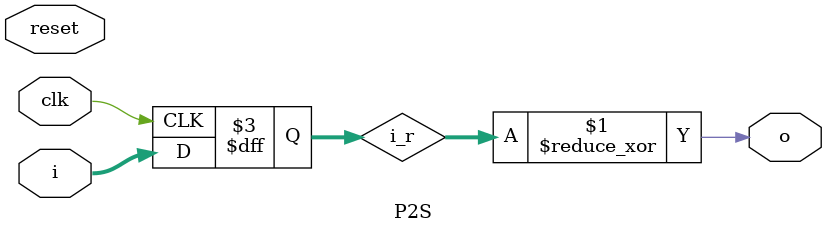
<source format=v>
module S2P(i, o, reset, clk);
parameter WIDTH=8;

input i, clk, reset;
output reg [WIDTH-1:0] o;

always@(posedge clk)
begin
	if (reset)
		o <= 0;
	else
		o <= {o[WIDTH-1:1], i};
end

endmodule

module P2S(i, o, reset, clk);
parameter WIDTH=8;

input clk, reset;
output o;
input [WIDTH-1:0] i;
reg [WIDTH-1:0] i_r;

assign o = ^i_r;

always@(posedge clk)
begin
	i_r <= i;
end

endmodule

</source>
